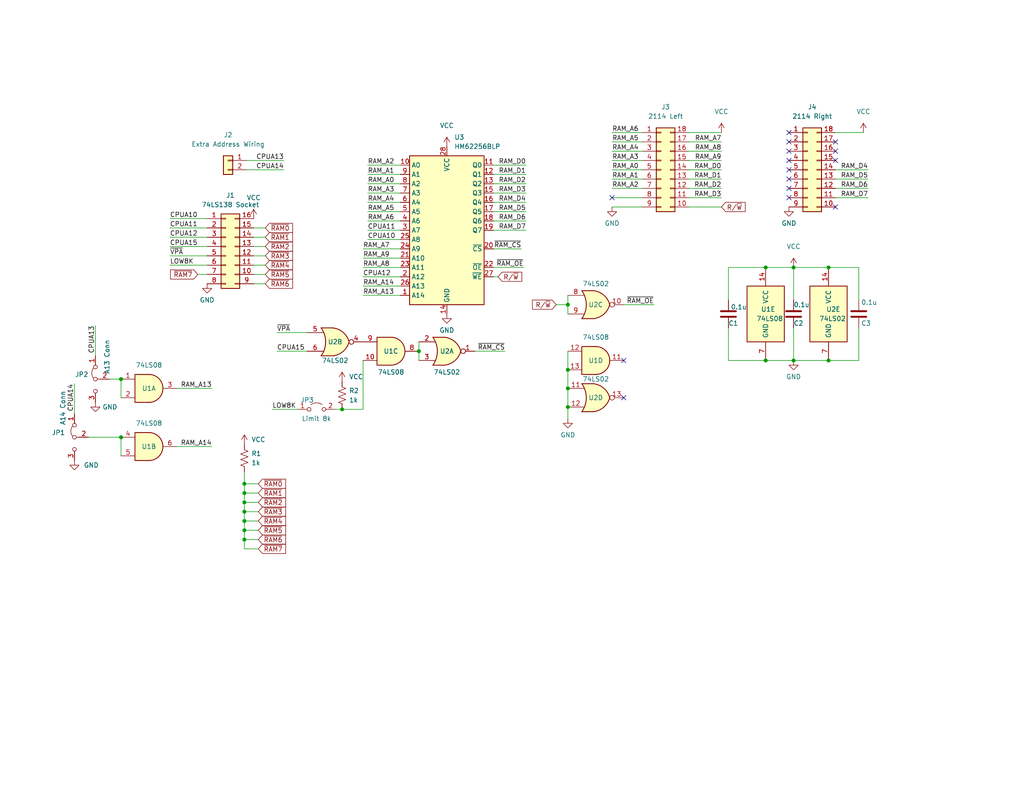
<source format=kicad_sch>
(kicad_sch (version 20230221) (generator eeschema)
  (paper "USLetter")
  (title_block (title "Fennec 62256 RAM Adapter") (date "2023-03-17") (rev "0") (company "Chartreuse"))
  (lib_symbols
    (symbol "74xx:74LS02" (pin_names (offset 1.016))
      (property "Reference" "U" (at 0 1.27 0))
      (property "Value" "74LS02" (at 0 -1.27 0))
      (symbol "74LS02_1_1"
        (arc (start -3.81 -3.81) (mid -2.589 0) (end -3.81 3.81) (stroke (width 0.254)))
        (arc (start -0.6096 -3.81) (mid 2.1842 -2.5851) (end 3.81 0) (stroke (width 0.254)) (fill (type background)))
        (polyline (pts (xy -3.81 -3.81) (xy -0.635 -3.81)) (stroke (width 0.254)) (fill (type background)))
        (polyline (pts (xy -3.81 3.81) (xy -0.635 3.81)) (stroke (width 0.254)) (fill (type background)))
        (polyline (pts (xy -0.635 3.81) (xy -3.81 3.81) (xy -3.81 3.81) (xy -3.556 3.4036) (xy -3.0226 2.2606) (xy -2.6924 1.0414) (xy -2.6162 -0.254) (xy -2.7686 -1.4986) (xy -3.175 -2.7178) (xy -3.81 -3.81) (xy -3.81 -3.81) (xy -0.635 -3.81)) (stroke (width -25.4)) (fill (type background)))
        (arc (start 3.81 0) (mid 2.1915 2.5936) (end -0.6096 3.81) (stroke (width 0.254)) (fill (type background)))
        (pin output inverted (at 7.62 0 180) (length 3.81) (name "~") (number "1"))
        (pin input line (at -7.62 2.54 0) (length 4.318) (name "~") (number "2"))
        (pin input line (at -7.62 -2.54 0) (length 4.318) (name "~") (number "3"))
      )
      (symbol "74LS02_1_2"
        (arc (start 0 -3.81) (mid 3.7934 0) (end 0 3.81) (stroke (width 0.254)) (fill (type background)))
        (polyline (pts (xy 0 3.81) (xy -3.81 3.81) (xy -3.81 -3.81) (xy 0 -3.81)) (stroke (width 0.254)) (fill (type background)))
        (pin output line (at 7.62 0 180) (length 3.81) (name "~") (number "1"))
        (pin input inverted (at -7.62 2.54 0) (length 3.81) (name "~") (number "2"))
        (pin input inverted (at -7.62 -2.54 0) (length 3.81) (name "~") (number "3"))
      )
      (symbol "74LS02_2_1"
        (arc (start -3.81 -3.81) (mid -2.589 0) (end -3.81 3.81) (stroke (width 0.254)))
        (arc (start -0.6096 -3.81) (mid 2.1842 -2.5851) (end 3.81 0) (stroke (width 0.254)) (fill (type background)))
        (polyline (pts (xy -3.81 -3.81) (xy -0.635 -3.81)) (stroke (width 0.254)) (fill (type background)))
        (polyline (pts (xy -3.81 3.81) (xy -0.635 3.81)) (stroke (width 0.254)) (fill (type background)))
        (polyline (pts (xy -0.635 3.81) (xy -3.81 3.81) (xy -3.81 3.81) (xy -3.556 3.4036) (xy -3.0226 2.2606) (xy -2.6924 1.0414) (xy -2.6162 -0.254) (xy -2.7686 -1.4986) (xy -3.175 -2.7178) (xy -3.81 -3.81) (xy -3.81 -3.81) (xy -0.635 -3.81)) (stroke (width -25.4)) (fill (type background)))
        (arc (start 3.81 0) (mid 2.1915 2.5936) (end -0.6096 3.81) (stroke (width 0.254)) (fill (type background)))
        (pin output inverted (at 7.62 0 180) (length 3.81) (name "~") (number "4"))
        (pin input line (at -7.62 2.54 0) (length 4.318) (name "~") (number "5"))
        (pin input line (at -7.62 -2.54 0) (length 4.318) (name "~") (number "6"))
      )
      (symbol "74LS02_2_2"
        (arc (start 0 -3.81) (mid 3.7934 0) (end 0 3.81) (stroke (width 0.254)) (fill (type background)))
        (polyline (pts (xy 0 3.81) (xy -3.81 3.81) (xy -3.81 -3.81) (xy 0 -3.81)) (stroke (width 0.254)) (fill (type background)))
        (pin output line (at 7.62 0 180) (length 3.81) (name "~") (number "4"))
        (pin input inverted (at -7.62 2.54 0) (length 3.81) (name "~") (number "5"))
        (pin input inverted (at -7.62 -2.54 0) (length 3.81) (name "~") (number "6"))
      )
      (symbol "74LS02_3_1"
        (arc (start -3.81 -3.81) (mid -2.589 0) (end -3.81 3.81) (stroke (width 0.254)))
        (arc (start -0.6096 -3.81) (mid 2.1842 -2.5851) (end 3.81 0) (stroke (width 0.254)) (fill (type background)))
        (polyline (pts (xy -3.81 -3.81) (xy -0.635 -3.81)) (stroke (width 0.254)) (fill (type background)))
        (polyline (pts (xy -3.81 3.81) (xy -0.635 3.81)) (stroke (width 0.254)) (fill (type background)))
        (polyline (pts (xy -0.635 3.81) (xy -3.81 3.81) (xy -3.81 3.81) (xy -3.556 3.4036) (xy -3.0226 2.2606) (xy -2.6924 1.0414) (xy -2.6162 -0.254) (xy -2.7686 -1.4986) (xy -3.175 -2.7178) (xy -3.81 -3.81) (xy -3.81 -3.81) (xy -0.635 -3.81)) (stroke (width -25.4)) (fill (type background)))
        (arc (start 3.81 0) (mid 2.1915 2.5936) (end -0.6096 3.81) (stroke (width 0.254)) (fill (type background)))
        (pin output inverted (at 7.62 0 180) (length 3.81) (name "~") (number "10"))
        (pin input line (at -7.62 2.54 0) (length 4.318) (name "~") (number "8"))
        (pin input line (at -7.62 -2.54 0) (length 4.318) (name "~") (number "9"))
      )
      (symbol "74LS02_3_2"
        (arc (start 0 -3.81) (mid 3.7934 0) (end 0 3.81) (stroke (width 0.254)) (fill (type background)))
        (polyline (pts (xy 0 3.81) (xy -3.81 3.81) (xy -3.81 -3.81) (xy 0 -3.81)) (stroke (width 0.254)) (fill (type background)))
        (pin output line (at 7.62 0 180) (length 3.81) (name "~") (number "10"))
        (pin input inverted (at -7.62 2.54 0) (length 3.81) (name "~") (number "8"))
        (pin input inverted (at -7.62 -2.54 0) (length 3.81) (name "~") (number "9"))
      )
      (symbol "74LS02_4_1"
        (arc (start -3.81 -3.81) (mid -2.589 0) (end -3.81 3.81) (stroke (width 0.254)))
        (arc (start -0.6096 -3.81) (mid 2.1842 -2.5851) (end 3.81 0) (stroke (width 0.254)) (fill (type background)))
        (polyline (pts (xy -3.81 -3.81) (xy -0.635 -3.81)) (stroke (width 0.254)) (fill (type background)))
        (polyline (pts (xy -3.81 3.81) (xy -0.635 3.81)) (stroke (width 0.254)) (fill (type background)))
        (polyline (pts (xy -0.635 3.81) (xy -3.81 3.81) (xy -3.81 3.81) (xy -3.556 3.4036) (xy -3.0226 2.2606) (xy -2.6924 1.0414) (xy -2.6162 -0.254) (xy -2.7686 -1.4986) (xy -3.175 -2.7178) (xy -3.81 -3.81) (xy -3.81 -3.81) (xy -0.635 -3.81)) (stroke (width -25.4)) (fill (type background)))
        (arc (start 3.81 0) (mid 2.1915 2.5936) (end -0.6096 3.81) (stroke (width 0.254)) (fill (type background)))
        (pin input line (at -7.62 2.54 0) (length 4.318) (name "~") (number "11"))
        (pin input line (at -7.62 -2.54 0) (length 4.318) (name "~") (number "12"))
        (pin output inverted (at 7.62 0 180) (length 3.81) (name "~") (number "13"))
      )
      (symbol "74LS02_4_2"
        (arc (start 0 -3.81) (mid 3.7934 0) (end 0 3.81) (stroke (width 0.254)) (fill (type background)))
        (polyline (pts (xy 0 3.81) (xy -3.81 3.81) (xy -3.81 -3.81) (xy 0 -3.81)) (stroke (width 0.254)) (fill (type background)))
        (pin input inverted (at -7.62 2.54 0) (length 3.81) (name "~") (number "11"))
        (pin input inverted (at -7.62 -2.54 0) (length 3.81) (name "~") (number "12"))
        (pin output line (at 7.62 0 180) (length 3.81) (name "~") (number "13"))
      )
      (symbol "74LS02_5_0"
        (pin power_in line (at 0 12.7 270) (length 5.08) (name "VCC") (number "14"))
        (pin power_in line (at 0 -12.7 90) (length 5.08) (name "GND") (number "7"))
      )
      (symbol "74LS02_5_1"
        (rectangle (start -5.08 7.62) (end 5.08 -7.62) (stroke (width 0.254)) (fill (type background)))
      )
    )
    (symbol "74xx:74LS08" (pin_names (offset 1.016))
      (property "Reference" "U" (at 0 1.27 0))
      (property "Value" "74LS08" (at 0 -1.27 0))
      (symbol "74LS08_1_1"
        (arc (start 0 -3.81) (mid 3.7934 0) (end 0 3.81) (stroke (width 0.254)) (fill (type background)))
        (polyline (pts (xy 0 3.81) (xy -3.81 3.81) (xy -3.81 -3.81) (xy 0 -3.81)) (stroke (width 0.254)) (fill (type background)))
        (pin input line (at -7.62 2.54 0) (length 3.81) (name "~") (number "1"))
        (pin input line (at -7.62 -2.54 0) (length 3.81) (name "~") (number "2"))
        (pin output line (at 7.62 0 180) (length 3.81) (name "~") (number "3"))
      )
      (symbol "74LS08_1_2"
        (arc (start -3.81 -3.81) (mid -2.589 0) (end -3.81 3.81) (stroke (width 0.254)))
        (arc (start -0.6096 -3.81) (mid 2.1842 -2.5851) (end 3.81 0) (stroke (width 0.254)) (fill (type background)))
        (polyline (pts (xy -3.81 -3.81) (xy -0.635 -3.81)) (stroke (width 0.254)) (fill (type background)))
        (polyline (pts (xy -3.81 3.81) (xy -0.635 3.81)) (stroke (width 0.254)) (fill (type background)))
        (polyline (pts (xy -0.635 3.81) (xy -3.81 3.81) (xy -3.81 3.81) (xy -3.556 3.4036) (xy -3.0226 2.2606) (xy -2.6924 1.0414) (xy -2.6162 -0.254) (xy -2.7686 -1.4986) (xy -3.175 -2.7178) (xy -3.81 -3.81) (xy -3.81 -3.81) (xy -0.635 -3.81)) (stroke (width -25.4)) (fill (type background)))
        (arc (start 3.81 0) (mid 2.1915 2.5936) (end -0.6096 3.81) (stroke (width 0.254)) (fill (type background)))
        (pin input inverted (at -7.62 2.54 0) (length 4.318) (name "~") (number "1"))
        (pin input inverted (at -7.62 -2.54 0) (length 4.318) (name "~") (number "2"))
        (pin output inverted (at 7.62 0 180) (length 3.81) (name "~") (number "3"))
      )
      (symbol "74LS08_2_1"
        (arc (start 0 -3.81) (mid 3.7934 0) (end 0 3.81) (stroke (width 0.254)) (fill (type background)))
        (polyline (pts (xy 0 3.81) (xy -3.81 3.81) (xy -3.81 -3.81) (xy 0 -3.81)) (stroke (width 0.254)) (fill (type background)))
        (pin input line (at -7.62 2.54 0) (length 3.81) (name "~") (number "4"))
        (pin input line (at -7.62 -2.54 0) (length 3.81) (name "~") (number "5"))
        (pin output line (at 7.62 0 180) (length 3.81) (name "~") (number "6"))
      )
      (symbol "74LS08_2_2"
        (arc (start -3.81 -3.81) (mid -2.589 0) (end -3.81 3.81) (stroke (width 0.254)))
        (arc (start -0.6096 -3.81) (mid 2.1842 -2.5851) (end 3.81 0) (stroke (width 0.254)) (fill (type background)))
        (polyline (pts (xy -3.81 -3.81) (xy -0.635 -3.81)) (stroke (width 0.254)) (fill (type background)))
        (polyline (pts (xy -3.81 3.81) (xy -0.635 3.81)) (stroke (width 0.254)) (fill (type background)))
        (polyline (pts (xy -0.635 3.81) (xy -3.81 3.81) (xy -3.81 3.81) (xy -3.556 3.4036) (xy -3.0226 2.2606) (xy -2.6924 1.0414) (xy -2.6162 -0.254) (xy -2.7686 -1.4986) (xy -3.175 -2.7178) (xy -3.81 -3.81) (xy -3.81 -3.81) (xy -0.635 -3.81)) (stroke (width -25.4)) (fill (type background)))
        (arc (start 3.81 0) (mid 2.1915 2.5936) (end -0.6096 3.81) (stroke (width 0.254)) (fill (type background)))
        (pin input inverted (at -7.62 2.54 0) (length 4.318) (name "~") (number "4"))
        (pin input inverted (at -7.62 -2.54 0) (length 4.318) (name "~") (number "5"))
        (pin output inverted (at 7.62 0 180) (length 3.81) (name "~") (number "6"))
      )
      (symbol "74LS08_3_1"
        (arc (start 0 -3.81) (mid 3.7934 0) (end 0 3.81) (stroke (width 0.254)) (fill (type background)))
        (polyline (pts (xy 0 3.81) (xy -3.81 3.81) (xy -3.81 -3.81) (xy 0 -3.81)) (stroke (width 0.254)) (fill (type background)))
        (pin input line (at -7.62 -2.54 0) (length 3.81) (name "~") (number "10"))
        (pin output line (at 7.62 0 180) (length 3.81) (name "~") (number "8"))
        (pin input line (at -7.62 2.54 0) (length 3.81) (name "~") (number "9"))
      )
      (symbol "74LS08_3_2"
        (arc (start -3.81 -3.81) (mid -2.589 0) (end -3.81 3.81) (stroke (width 0.254)))
        (arc (start -0.6096 -3.81) (mid 2.1842 -2.5851) (end 3.81 0) (stroke (width 0.254)) (fill (type background)))
        (polyline (pts (xy -3.81 -3.81) (xy -0.635 -3.81)) (stroke (width 0.254)) (fill (type background)))
        (polyline (pts (xy -3.81 3.81) (xy -0.635 3.81)) (stroke (width 0.254)) (fill (type background)))
        (polyline (pts (xy -0.635 3.81) (xy -3.81 3.81) (xy -3.81 3.81) (xy -3.556 3.4036) (xy -3.0226 2.2606) (xy -2.6924 1.0414) (xy -2.6162 -0.254) (xy -2.7686 -1.4986) (xy -3.175 -2.7178) (xy -3.81 -3.81) (xy -3.81 -3.81) (xy -0.635 -3.81)) (stroke (width -25.4)) (fill (type background)))
        (arc (start 3.81 0) (mid 2.1915 2.5936) (end -0.6096 3.81) (stroke (width 0.254)) (fill (type background)))
        (pin input inverted (at -7.62 -2.54 0) (length 4.318) (name "~") (number "10"))
        (pin output inverted (at 7.62 0 180) (length 3.81) (name "~") (number "8"))
        (pin input inverted (at -7.62 2.54 0) (length 4.318) (name "~") (number "9"))
      )
      (symbol "74LS08_4_1"
        (arc (start 0 -3.81) (mid 3.7934 0) (end 0 3.81) (stroke (width 0.254)) (fill (type background)))
        (polyline (pts (xy 0 3.81) (xy -3.81 3.81) (xy -3.81 -3.81) (xy 0 -3.81)) (stroke (width 0.254)) (fill (type background)))
        (pin output line (at 7.62 0 180) (length 3.81) (name "~") (number "11"))
        (pin input line (at -7.62 2.54 0) (length 3.81) (name "~") (number "12"))
        (pin input line (at -7.62 -2.54 0) (length 3.81) (name "~") (number "13"))
      )
      (symbol "74LS08_4_2"
        (arc (start -3.81 -3.81) (mid -2.589 0) (end -3.81 3.81) (stroke (width 0.254)))
        (arc (start -0.6096 -3.81) (mid 2.1842 -2.5851) (end 3.81 0) (stroke (width 0.254)) (fill (type background)))
        (polyline (pts (xy -3.81 -3.81) (xy -0.635 -3.81)) (stroke (width 0.254)) (fill (type background)))
        (polyline (pts (xy -3.81 3.81) (xy -0.635 3.81)) (stroke (width 0.254)) (fill (type background)))
        (polyline (pts (xy -0.635 3.81) (xy -3.81 3.81) (xy -3.81 3.81) (xy -3.556 3.4036) (xy -3.0226 2.2606) (xy -2.6924 1.0414) (xy -2.6162 -0.254) (xy -2.7686 -1.4986) (xy -3.175 -2.7178) (xy -3.81 -3.81) (xy -3.81 -3.81) (xy -0.635 -3.81)) (stroke (width -25.4)) (fill (type background)))
        (arc (start 3.81 0) (mid 2.1915 2.5936) (end -0.6096 3.81) (stroke (width 0.254)) (fill (type background)))
        (pin output inverted (at 7.62 0 180) (length 3.81) (name "~") (number "11"))
        (pin input inverted (at -7.62 2.54 0) (length 4.318) (name "~") (number "12"))
        (pin input inverted (at -7.62 -2.54 0) (length 4.318) (name "~") (number "13"))
      )
      (symbol "74LS08_5_0"
        (pin power_in line (at 0 12.7 270) (length 5.08) (name "VCC") (number "14"))
        (pin power_in line (at 0 -12.7 90) (length 5.08) (name "GND") (number "7"))
      )
      (symbol "74LS08_5_1"
        (rectangle (start -5.08 7.62) (end 5.08 -7.62) (stroke (width 0.254)) (fill (type background)))
      )
    )
    (symbol "Connector_Generic:Conn_01x02" (pin_names (offset 1.016) hide)
      (property "Reference" "J" (at 0 2.54 0))
      (property "Value" "Conn_01x02" (at 0 -5.08 0))
      (symbol "Conn_01x02_1_1"
        (rectangle (start -1.27 -2.413) (end 0 -2.667) (stroke (width 0.1524)))
        (rectangle (start -1.27 0.127) (end 0 -0.127) (stroke (width 0.1524)))
        (rectangle (start -1.27 1.27) (end 1.27 -3.81) (stroke (width 0.254)) (fill (type background)))
        (pin passive line (at -5.08 0 0) (length 3.81) (name "Pin_1") (number "1"))
        (pin passive line (at -5.08 -2.54 0) (length 3.81) (name "Pin_2") (number "2"))
      )
    )
    (symbol "Connector_Generic:Conn_02x08_Counter_Clockwise" (pin_names (offset 1.016) hide)
      (property "Reference" "J" (at 1.27 10.16 0))
      (property "Value" "Conn_02x08_Counter_Clockwise" (at 1.27 -12.7 0))
      (symbol "Conn_02x08_Counter_Clockwise_1_1"
        (rectangle (start -1.27 -10.033) (end 0 -10.287) (stroke (width 0.1524)))
        (rectangle (start -1.27 -7.493) (end 0 -7.747) (stroke (width 0.1524)))
        (rectangle (start -1.27 -4.953) (end 0 -5.207) (stroke (width 0.1524)))
        (rectangle (start -1.27 -2.413) (end 0 -2.667) (stroke (width 0.1524)))
        (rectangle (start -1.27 0.127) (end 0 -0.127) (stroke (width 0.1524)))
        (rectangle (start -1.27 2.667) (end 0 2.413) (stroke (width 0.1524)))
        (rectangle (start -1.27 5.207) (end 0 4.953) (stroke (width 0.1524)))
        (rectangle (start -1.27 7.747) (end 0 7.493) (stroke (width 0.1524)))
        (rectangle (start -1.27 8.89) (end 3.81 -11.43) (stroke (width 0.254)) (fill (type background)))
        (rectangle (start 3.81 -10.033) (end 2.54 -10.287) (stroke (width 0.1524)))
        (rectangle (start 3.81 -7.493) (end 2.54 -7.747) (stroke (width 0.1524)))
        (rectangle (start 3.81 -4.953) (end 2.54 -5.207) (stroke (width 0.1524)))
        (rectangle (start 3.81 -2.413) (end 2.54 -2.667) (stroke (width 0.1524)))
        (rectangle (start 3.81 0.127) (end 2.54 -0.127) (stroke (width 0.1524)))
        (rectangle (start 3.81 2.667) (end 2.54 2.413) (stroke (width 0.1524)))
        (rectangle (start 3.81 5.207) (end 2.54 4.953) (stroke (width 0.1524)))
        (rectangle (start 3.81 7.747) (end 2.54 7.493) (stroke (width 0.1524)))
        (pin passive line (at -5.08 7.62 0) (length 3.81) (name "Pin_1") (number "1"))
        (pin passive line (at 7.62 -7.62 180) (length 3.81) (name "Pin_10") (number "10"))
        (pin passive line (at 7.62 -5.08 180) (length 3.81) (name "Pin_11") (number "11"))
        (pin passive line (at 7.62 -2.54 180) (length 3.81) (name "Pin_12") (number "12"))
        (pin passive line (at 7.62 0 180) (length 3.81) (name "Pin_13") (number "13"))
        (pin passive line (at 7.62 2.54 180) (length 3.81) (name "Pin_14") (number "14"))
        (pin passive line (at 7.62 5.08 180) (length 3.81) (name "Pin_15") (number "15"))
        (pin passive line (at 7.62 7.62 180) (length 3.81) (name "Pin_16") (number "16"))
        (pin passive line (at -5.08 5.08 0) (length 3.81) (name "Pin_2") (number "2"))
        (pin passive line (at -5.08 2.54 0) (length 3.81) (name "Pin_3") (number "3"))
        (pin passive line (at -5.08 0 0) (length 3.81) (name "Pin_4") (number "4"))
        (pin passive line (at -5.08 -2.54 0) (length 3.81) (name "Pin_5") (number "5"))
        (pin passive line (at -5.08 -5.08 0) (length 3.81) (name "Pin_6") (number "6"))
        (pin passive line (at -5.08 -7.62 0) (length 3.81) (name "Pin_7") (number "7"))
        (pin passive line (at -5.08 -10.16 0) (length 3.81) (name "Pin_8") (number "8"))
        (pin passive line (at 7.62 -10.16 180) (length 3.81) (name "Pin_9") (number "9"))
      )
    )
    (symbol "Connector_Generic:Conn_02x09_Counter_Clockwise" (pin_names (offset 1.016) hide)
      (property "Reference" "J" (at 1.27 12.7 0))
      (property "Value" "Conn_02x09_Counter_Clockwise" (at 1.27 -12.7 0))
      (symbol "Conn_02x09_Counter_Clockwise_1_1"
        (rectangle (start -1.27 -10.033) (end 0 -10.287) (stroke (width 0.1524)))
        (rectangle (start -1.27 -7.493) (end 0 -7.747) (stroke (width 0.1524)))
        (rectangle (start -1.27 -4.953) (end 0 -5.207) (stroke (width 0.1524)))
        (rectangle (start -1.27 -2.413) (end 0 -2.667) (stroke (width 0.1524)))
        (rectangle (start -1.27 0.127) (end 0 -0.127) (stroke (width 0.1524)))
        (rectangle (start -1.27 2.667) (end 0 2.413) (stroke (width 0.1524)))
        (rectangle (start -1.27 5.207) (end 0 4.953) (stroke (width 0.1524)))
        (rectangle (start -1.27 7.747) (end 0 7.493) (stroke (width 0.1524)))
        (rectangle (start -1.27 10.287) (end 0 10.033) (stroke (width 0.1524)))
        (rectangle (start -1.27 11.43) (end 3.81 -11.43) (stroke (width 0.254)) (fill (type background)))
        (rectangle (start 3.81 -10.033) (end 2.54 -10.287) (stroke (width 0.1524)))
        (rectangle (start 3.81 -7.493) (end 2.54 -7.747) (stroke (width 0.1524)))
        (rectangle (start 3.81 -4.953) (end 2.54 -5.207) (stroke (width 0.1524)))
        (rectangle (start 3.81 -2.413) (end 2.54 -2.667) (stroke (width 0.1524)))
        (rectangle (start 3.81 0.127) (end 2.54 -0.127) (stroke (width 0.1524)))
        (rectangle (start 3.81 2.667) (end 2.54 2.413) (stroke (width 0.1524)))
        (rectangle (start 3.81 5.207) (end 2.54 4.953) (stroke (width 0.1524)))
        (rectangle (start 3.81 7.747) (end 2.54 7.493) (stroke (width 0.1524)))
        (rectangle (start 3.81 10.287) (end 2.54 10.033) (stroke (width 0.1524)))
        (pin passive line (at -5.08 10.16 0) (length 3.81) (name "Pin_1") (number "1"))
        (pin passive line (at 7.62 -10.16 180) (length 3.81) (name "Pin_10") (number "10"))
        (pin passive line (at 7.62 -7.62 180) (length 3.81) (name "Pin_11") (number "11"))
        (pin passive line (at 7.62 -5.08 180) (length 3.81) (name "Pin_12") (number "12"))
        (pin passive line (at 7.62 -2.54 180) (length 3.81) (name "Pin_13") (number "13"))
        (pin passive line (at 7.62 0 180) (length 3.81) (name "Pin_14") (number "14"))
        (pin passive line (at 7.62 2.54 180) (length 3.81) (name "Pin_15") (number "15"))
        (pin passive line (at 7.62 5.08 180) (length 3.81) (name "Pin_16") (number "16"))
        (pin passive line (at 7.62 7.62 180) (length 3.81) (name "Pin_17") (number "17"))
        (pin passive line (at 7.62 10.16 180) (length 3.81) (name "Pin_18") (number "18"))
        (pin passive line (at -5.08 7.62 0) (length 3.81) (name "Pin_2") (number "2"))
        (pin passive line (at -5.08 5.08 0) (length 3.81) (name "Pin_3") (number "3"))
        (pin passive line (at -5.08 2.54 0) (length 3.81) (name "Pin_4") (number "4"))
        (pin passive line (at -5.08 0 0) (length 3.81) (name "Pin_5") (number "5"))
        (pin passive line (at -5.08 -2.54 0) (length 3.81) (name "Pin_6") (number "6"))
        (pin passive line (at -5.08 -5.08 0) (length 3.81) (name "Pin_7") (number "7"))
        (pin passive line (at -5.08 -7.62 0) (length 3.81) (name "Pin_8") (number "8"))
        (pin passive line (at -5.08 -10.16 0) (length 3.81) (name "Pin_9") (number "9"))
      )
    )
    (symbol "Device:C" (pin_numbers hide) (pin_names (offset 0.254))
      (property "Reference" "C" (at 0.635 2.54 0))
      (property "Value" "C" (at 0.635 -2.54 0))
      (symbol "C_0_1"
        (polyline (pts (xy -2.032 -0.762) (xy 2.032 -0.762)) (stroke (width 0.508)))
        (polyline (pts (xy -2.032 0.762) (xy 2.032 0.762)) (stroke (width 0.508)))
      )
      (symbol "C_1_1"
        (pin passive line (at 0 3.81 270) (length 2.794) (name "~") (number "1"))
        (pin passive line (at 0 -3.81 90) (length 2.794) (name "~") (number "2"))
      )
    )
    (symbol "Device:R_US" (pin_numbers hide) (pin_names (offset 0))
      (property "Reference" "R" (at 2.54 0 90))
      (property "Value" "R_US" (at -2.54 0 90))
      (symbol "R_US_0_1"
        (polyline (pts (xy 0 -2.286) (xy 0 -2.54)))
        (polyline (pts (xy 0 2.286) (xy 0 2.54)))
        (polyline (pts (xy 0 -0.762) (xy 1.016 -1.143) (xy 0 -1.524) (xy -1.016 -1.905) (xy 0 -2.286)))
        (polyline (pts (xy 0 0.762) (xy 1.016 0.381) (xy 0 0) (xy -1.016 -0.381) (xy 0 -0.762)))
        (polyline (pts (xy 0 2.286) (xy 1.016 1.905) (xy 0 1.524) (xy -1.016 1.143) (xy 0 0.762)))
      )
      (symbol "R_US_1_1"
        (pin passive line (at 0 3.81 270) (length 1.27) (name "~") (number "1"))
        (pin passive line (at 0 -3.81 90) (length 1.27) (name "~") (number "2"))
      )
    )
    (symbol "Jumper:Jumper_2_Open" (pin_names (offset 0) hide)
      (property "Reference" "JP" (at 0 2.794 0))
      (property "Value" "Jumper_2_Open" (at 0 -2.286 0))
      (symbol "Jumper_2_Open_0_0"
        (circle (center -2.032 0) (radius 0.508))
        (circle (center 2.032 0) (radius 0.508))
      )
      (symbol "Jumper_2_Open_0_1"
        (arc (start 1.524 1.27) (mid 0 1.778) (end -1.524 1.27))
      )
      (symbol "Jumper_2_Open_1_1"
        (pin passive line (at -5.08 0 0) (length 2.54) (name "A") (number "1"))
        (pin passive line (at 5.08 0 180) (length 2.54) (name "B") (number "2"))
      )
    )
    (symbol "Jumper:Jumper_3_Bridged12" (pin_names (offset 0) hide)
      (property "Reference" "JP" (at -2.54 -2.54 0))
      (property "Value" "Jumper_3_Bridged12" (at 0 2.794 0))
      (symbol "Jumper_3_Bridged12_0_0"
        (circle (center -3.302 0) (radius 0.508))
        (circle (center 0 0) (radius 0.508))
        (circle (center 3.302 0) (radius 0.508))
      )
      (symbol "Jumper_3_Bridged12_0_1"
        (arc (start -0.254 0.508) (mid -1.651 0.9912) (end -3.048 0.508))
        (polyline (pts (xy 0 -1.27) (xy 0 -0.508)))
      )
      (symbol "Jumper_3_Bridged12_1_1"
        (pin passive line (at -6.35 0 0) (length 2.54) (name "A") (number "1"))
        (pin passive line (at 0 -3.81 90) (length 2.54) (name "C") (number "2"))
        (pin passive line (at 6.35 0 180) (length 2.54) (name "B") (number "3"))
      )
    )
    (symbol "Memory_RAM:HM62256BLP"
      (property "Reference" "U" (at -10.16 20.955 0))
      (property "Value" "HM62256BLP" (at 2.54 20.955 0))
      (symbol "HM62256BLP_0_0"
        (pin power_in line (at 0 -22.86 90) (length 2.54) (name "GND") (number "14"))
        (pin power_in line (at 0 22.86 270) (length 2.54) (name "VCC") (number "28"))
      )
      (symbol "HM62256BLP_0_1"
        (rectangle (start -10.16 20.32) (end 10.16 -20.32) (stroke (width 0.254)) (fill (type background)))
      )
      (symbol "HM62256BLP_1_1"
        (pin input line (at -12.7 -17.78 0) (length 2.54) (name "A14") (number "1"))
        (pin input line (at -12.7 17.78 0) (length 2.54) (name "A0") (number "10"))
        (pin tri_state line (at 12.7 17.78 180) (length 2.54) (name "Q0") (number "11"))
        (pin tri_state line (at 12.7 15.24 180) (length 2.54) (name "Q1") (number "12"))
        (pin tri_state line (at 12.7 12.7 180) (length 2.54) (name "Q2") (number "13"))
        (pin tri_state line (at 12.7 10.16 180) (length 2.54) (name "Q3") (number "15"))
        (pin tri_state line (at 12.7 7.62 180) (length 2.54) (name "Q4") (number "16"))
        (pin tri_state line (at 12.7 5.08 180) (length 2.54) (name "Q5") (number "17"))
        (pin tri_state line (at 12.7 2.54 180) (length 2.54) (name "Q6") (number "18"))
        (pin tri_state line (at 12.7 0 180) (length 2.54) (name "Q7") (number "19"))
        (pin input line (at -12.7 -12.7 0) (length 2.54) (name "A12") (number "2"))
        (pin input line (at 12.7 -5.08 180) (length 2.54) (name "~{CS}") (number "20"))
        (pin input line (at -12.7 -7.62 0) (length 2.54) (name "A10") (number "21"))
        (pin input line (at 12.7 -10.16 180) (length 2.54) (name "~{OE}") (number "22"))
        (pin input line (at -12.7 -10.16 0) (length 2.54) (name "A11") (number "23"))
        (pin input line (at -12.7 -5.08 0) (length 2.54) (name "A9") (number "24"))
        (pin input line (at -12.7 -2.54 0) (length 2.54) (name "A8") (number "25"))
        (pin input line (at -12.7 -15.24 0) (length 2.54) (name "A13") (number "26"))
        (pin input line (at 12.7 -12.7 180) (length 2.54) (name "~{WE}") (number "27"))
        (pin input line (at -12.7 0 0) (length 2.54) (name "A7") (number "3"))
        (pin input line (at -12.7 2.54 0) (length 2.54) (name "A6") (number "4"))
        (pin input line (at -12.7 5.08 0) (length 2.54) (name "A5") (number "5"))
        (pin input line (at -12.7 7.62 0) (length 2.54) (name "A4") (number "6"))
        (pin input line (at -12.7 10.16 0) (length 2.54) (name "A3") (number "7"))
        (pin input line (at -12.7 12.7 0) (length 2.54) (name "A2") (number "8"))
        (pin input line (at -12.7 15.24 0) (length 2.54) (name "A1") (number "9"))
      )
    )
    (symbol "power:GND" (power) (pin_names (offset 0))
      (property "Value" "GND" (at 0 -3.81 0))
      (symbol "GND_0_1"
        (polyline (pts (xy 0 0) (xy 0 -1.27) (xy 1.27 -1.27) (xy 0 -2.54) (xy -1.27 -1.27) (xy 0 -1.27)))
      )
      (symbol "GND_1_1"
        (pin power_in line (at 0 0 270) (length 0) hide (name "GND") (number "1"))
      )
    )
    (symbol "power:VCC" (power) (pin_names (offset 0))
      (property "Value" "VCC" (at 0 3.81 0))
      (symbol "VCC_0_1"
        (polyline (pts (xy -0.762 1.27) (xy 0 2.54)))
        (polyline (pts (xy 0 0) (xy 0 2.54)))
        (polyline (pts (xy 0 2.54) (xy 0.762 1.27)))
      )
      (symbol "VCC_1_1"
        (pin power_in line (at 0 0 90) (length 0) hide (name "VCC") (number "1"))
      )
    )
  )
  (junction (at 216.535 73.025))
  (junction (at 154.94 83.185))
  (junction (at 66.675 137.16))
  (junction (at 33.02 119.38))
  (junction (at 208.915 73.025))
  (junction (at 66.675 142.24))
  (junction (at 208.915 98.425))
  (junction (at 66.675 132.08))
  (junction (at 154.94 100.965))
  (junction (at 154.94 106.045))
  (junction (at 216.535 98.425))
  (junction (at 66.675 144.78))
  (junction (at 93.345 111.76))
  (junction (at 226.06 98.425))
  (junction (at 66.675 147.32))
  (junction (at 154.94 111.125))
  (junction (at 226.06 73.025))
  (junction (at 66.675 139.7))
  (junction (at 114.3 95.885))
  (junction (at 33.02 103.505))
  (junction (at 66.675 134.62))
  (no_connect (at 215.265 51.435))
  (no_connect (at 227.965 38.735))
  (no_connect (at 227.965 41.275))
  (no_connect (at 215.265 43.815))
  (no_connect (at 167.005 53.975))
  (no_connect (at 215.265 53.975))
  (no_connect (at 227.965 43.815))
  (no_connect (at 215.265 41.275))
  (no_connect (at 227.965 56.515))
  (no_connect (at 215.265 48.895))
  (no_connect (at 215.265 36.195))
  (no_connect (at 215.265 38.735))
  (no_connect (at 170.18 98.425))
  (no_connect (at 170.18 108.585))
  (no_connect (at 215.265 46.355))
  (wire (pts (xy 187.96 38.735) (xy 196.85 38.735)))
  (wire (pts (xy 235.585 36.195) (xy 227.965 36.195)))
  (wire (pts (xy 187.96 43.815) (xy 196.85 43.815)))
  (wire (pts (xy 226.06 73.025) (xy 234.315 73.025)))
  (wire (pts (xy 46.355 59.69) (xy 56.515 59.69)))
  (wire (pts (xy 75.565 95.885) (xy 83.82 95.885)))
  (wire (pts (xy 66.675 132.08) (xy 66.675 134.62)))
  (wire (pts (xy 46.355 64.77) (xy 56.515 64.77)))
  (wire (pts (xy 48.26 121.92) (xy 57.785 121.92)))
  (wire (pts (xy 66.675 147.32) (xy 66.675 149.86)))
  (wire (pts (xy 216.535 89.535) (xy 216.535 98.425)))
  (wire (pts (xy 216.535 73.025) (xy 226.06 73.025)))
  (wire (pts (xy 167.005 41.275) (xy 175.26 41.275)))
  (wire (pts (xy 66.675 144.78) (xy 66.675 147.32)))
  (wire (pts (xy 167.005 43.815) (xy 175.26 43.815)))
  (wire (pts (xy 99.06 78.105) (xy 109.22 78.105)))
  (wire (pts (xy 208.915 73.025) (xy 216.535 73.025)))
  (wire (pts (xy 100.33 55.245) (xy 109.22 55.245)))
  (wire (pts (xy 134.62 57.785) (xy 143.51 57.785)))
  (wire (pts (xy 69.215 62.23) (xy 72.39 62.23)))
  (wire (pts (xy 100.33 52.705) (xy 109.22 52.705)))
  (wire (pts (xy 167.005 53.975) (xy 175.26 53.975)))
  (wire (pts (xy 66.675 137.16) (xy 70.485 137.16)))
  (wire (pts (xy 167.005 56.515) (xy 175.26 56.515)))
  (wire (pts (xy 66.675 144.78) (xy 70.485 144.78)))
  (wire (pts (xy 69.215 72.39) (xy 72.39 72.39)))
  (wire (pts (xy 46.355 69.85) (xy 56.515 69.85)))
  (wire (pts (xy 66.675 132.08) (xy 70.485 132.08)))
  (wire (pts (xy 46.355 62.23) (xy 56.515 62.23)))
  (wire (pts (xy 100.33 45.085) (xy 109.22 45.085)))
  (wire (pts (xy 66.675 149.86) (xy 70.485 149.86)))
  (wire (pts (xy 74.295 111.76) (xy 81.28 111.76)))
  (wire (pts (xy 99.06 70.485) (xy 109.22 70.485)))
  (wire (pts (xy 227.965 46.355) (xy 236.855 46.355)))
  (wire (pts (xy 66.675 142.24) (xy 70.485 142.24)))
  (wire (pts (xy 91.44 111.76) (xy 93.345 111.76)))
  (wire (pts (xy 69.215 77.47) (xy 72.39 77.47)))
  (wire (pts (xy 227.965 51.435) (xy 236.855 51.435)))
  (wire (pts (xy 24.13 119.38) (xy 33.02 119.38)))
  (wire (pts (xy 208.915 98.425) (xy 216.535 98.425)))
  (wire (pts (xy 69.215 67.31) (xy 72.39 67.31)))
  (wire (pts (xy 46.355 67.31) (xy 56.515 67.31)))
  (wire (pts (xy 93.345 111.76) (xy 99.06 111.76)))
  (wire (pts (xy 99.06 73.025) (xy 109.22 73.025)))
  (wire (pts (xy 227.965 48.895) (xy 236.855 48.895)))
  (wire (pts (xy 114.3 95.885) (xy 114.3 98.425)))
  (wire (pts (xy 198.755 73.025) (xy 208.915 73.025)))
  (wire (pts (xy 134.62 73.025) (xy 142.875 73.025)))
  (wire (pts (xy 187.96 48.895) (xy 196.85 48.895)))
  (wire (pts (xy 53.975 74.93) (xy 56.515 74.93)))
  (wire (pts (xy 154.94 100.965) (xy 154.94 106.045)))
  (wire (pts (xy 227.965 53.975) (xy 236.855 53.975)))
  (wire (pts (xy 129.54 95.885) (xy 137.795 95.885)))
  (wire (pts (xy 100.33 65.405) (xy 109.22 65.405)))
  (wire (pts (xy 154.94 114.3) (xy 154.94 111.125)))
  (wire (pts (xy 134.62 47.625) (xy 143.51 47.625)))
  (wire (pts (xy 33.02 119.38) (xy 33.02 124.46)))
  (wire (pts (xy 69.215 74.93) (xy 72.39 74.93)))
  (wire (pts (xy 29.845 103.505) (xy 33.02 103.505)))
  (wire (pts (xy 216.535 73.025) (xy 216.535 81.915)))
  (wire (pts (xy 77.47 43.815) (xy 67.31 43.815)))
  (wire (pts (xy 167.005 38.735) (xy 175.26 38.735)))
  (wire (pts (xy 66.675 139.7) (xy 70.485 139.7)))
  (wire (pts (xy 134.62 55.245) (xy 143.51 55.245)))
  (wire (pts (xy 198.755 89.535) (xy 198.755 98.425)))
  (wire (pts (xy 134.62 62.865) (xy 143.51 62.865)))
  (wire (pts (xy 154.94 83.185) (xy 154.94 85.725)))
  (wire (pts (xy 100.33 57.785) (xy 109.22 57.785)))
  (wire (pts (xy 99.06 98.425) (xy 99.06 111.76)))
  (wire (pts (xy 234.315 98.425) (xy 234.315 89.535)))
  (wire (pts (xy 66.675 128.905) (xy 66.675 132.08)))
  (wire (pts (xy 167.005 48.895) (xy 175.26 48.895)))
  (wire (pts (xy 170.18 83.185) (xy 178.435 83.185)))
  (wire (pts (xy 26.035 88.9) (xy 26.035 97.155)))
  (wire (pts (xy 66.675 137.16) (xy 66.675 139.7)))
  (wire (pts (xy 154.94 106.045) (xy 154.94 111.125)))
  (wire (pts (xy 198.755 73.025) (xy 198.755 81.915)))
  (wire (pts (xy 167.005 51.435) (xy 175.26 51.435)))
  (wire (pts (xy 187.96 46.355) (xy 196.85 46.355)))
  (wire (pts (xy 167.005 46.355) (xy 175.26 46.355)))
  (wire (pts (xy 77.47 46.355) (xy 67.31 46.355)))
  (wire (pts (xy 75.565 90.805) (xy 83.82 90.805)))
  (wire (pts (xy 187.96 41.275) (xy 196.85 41.275)))
  (wire (pts (xy 66.675 147.32) (xy 70.485 147.32)))
  (wire (pts (xy 187.96 56.515) (xy 196.85 56.515)))
  (wire (pts (xy 226.06 98.425) (xy 234.315 98.425)))
  (wire (pts (xy 99.06 75.565) (xy 109.22 75.565)))
  (wire (pts (xy 134.62 52.705) (xy 143.51 52.705)))
  (wire (pts (xy 134.62 50.165) (xy 143.51 50.165)))
  (wire (pts (xy 99.06 67.945) (xy 109.22 67.945)))
  (wire (pts (xy 20.32 104.775) (xy 20.32 113.03)))
  (wire (pts (xy 69.215 64.77) (xy 72.39 64.77)))
  (wire (pts (xy 33.02 103.505) (xy 33.02 108.585)))
  (wire (pts (xy 134.62 45.085) (xy 143.51 45.085)))
  (wire (pts (xy 135.89 75.565) (xy 134.62 75.565)))
  (wire (pts (xy 198.755 98.425) (xy 208.915 98.425)))
  (wire (pts (xy 100.33 50.165) (xy 109.22 50.165)))
  (wire (pts (xy 187.96 51.435) (xy 196.85 51.435)))
  (wire (pts (xy 167.005 36.195) (xy 175.26 36.195)))
  (wire (pts (xy 100.33 62.865) (xy 109.22 62.865)))
  (wire (pts (xy 100.33 60.325) (xy 109.22 60.325)))
  (wire (pts (xy 66.675 134.62) (xy 70.485 134.62)))
  (wire (pts (xy 187.96 53.975) (xy 196.85 53.975)))
  (wire (pts (xy 66.675 134.62) (xy 66.675 137.16)))
  (wire (pts (xy 100.33 47.625) (xy 109.22 47.625)))
  (wire (pts (xy 46.355 72.39) (xy 56.515 72.39)))
  (wire (pts (xy 134.62 60.325) (xy 143.51 60.325)))
  (wire (pts (xy 234.315 73.025) (xy 234.315 81.915)))
  (wire (pts (xy 134.62 67.945) (xy 142.24 67.945)))
  (wire (pts (xy 66.675 142.24) (xy 66.675 144.78)))
  (wire (pts (xy 114.3 93.345) (xy 114.3 95.885)))
  (wire (pts (xy 216.535 98.425) (xy 226.06 98.425)))
  (wire (pts (xy 69.215 69.85) (xy 72.39 69.85)))
  (wire (pts (xy 66.675 139.7) (xy 66.675 142.24)))
  (wire (pts (xy 154.94 95.885) (xy 154.94 100.965)))
  (wire (pts (xy 154.94 80.645) (xy 154.94 83.185)))
  (wire (pts (xy 151.765 83.185) (xy 154.94 83.185)))
  (wire (pts (xy 196.85 36.195) (xy 187.96 36.195)))
  (wire (pts (xy 99.06 80.645) (xy 109.22 80.645)))
  (wire (pts (xy 48.26 106.045) (xy 57.785 106.045)))
  (label "RAM_D0" (at 196.85 46.355 180))
  (label "RAM_A13" (at 57.785 106.045 180))
  (label "RAM_A9" (at 99.06 70.485 0))
  (label "RAM_D2" (at 143.51 50.165 180))
  (label "RAM_A1" (at 167.005 48.895 0))
  (label "CPUA14" (at 77.47 46.355 180))
  (label "~{VPA}" (at 75.565 90.805 0))
  (label "RAM_D7" (at 236.855 53.975 180))
  (label "CPUA13" (at 26.035 88.9 270))
  (label "RAM_A8" (at 99.06 73.025 0))
  (label "RAM_A14" (at 57.785 121.92 180))
  (label "RAM_A7" (at 99.06 67.945 0))
  (label "RAM_D7" (at 143.51 62.865 180))
  (label "RAM_A8" (at 196.85 41.275 180))
  (label "RAM_A13" (at 99.06 80.645 0))
  (label "CPUA13" (at 77.47 43.815 180))
  (label "RAM_A0" (at 167.005 46.355 0))
  (label "CPUA10" (at 100.33 65.405 0))
  (label "RAM_A9" (at 196.85 43.815 180))
  (label "RAM_D0" (at 143.51 45.085 180))
  (label "RAM_D1" (at 143.51 47.625 180))
  (label "RAM_A0" (at 100.33 50.165 0))
  (label "RAM_A4" (at 167.005 41.275 0))
  (label "RAM_A14" (at 99.06 78.105 0))
  (label "RAM_D6" (at 236.855 51.435 180))
  (label "RAM_D1" (at 196.85 48.895 180))
  (label "RAM_A6" (at 167.005 36.195 0))
  (label "LOW8K" (at 46.355 72.39 0))
  (label "CPUA12" (at 99.06 75.565 0))
  (label "RAM_A3" (at 100.33 52.705 0))
  (label "RAM_A4" (at 100.33 55.245 0))
  (label "RAM_D4" (at 143.51 55.245 180))
  (label "~{RAM_CS}" (at 137.795 95.885 180))
  (label "RAM_D5" (at 143.51 57.785 180))
  (label "CPUA12" (at 46.355 64.77 0))
  (label "RAM_D4" (at 236.855 46.355 180))
  (label "LOW8K" (at 74.295 111.76 0))
  (label "RAM_A2" (at 100.33 45.085 0))
  (label "~{RAM_OE}" (at 178.435 83.185 180))
  (label "RAM_A7" (at 196.85 38.735 180))
  (label "RAM_D2" (at 196.85 51.435 180))
  (label "~{RAM_CS}" (at 142.24 67.945 180))
  (label "CPUA15" (at 46.355 67.31 0))
  (label "RAM_A5" (at 100.33 57.785 0))
  (label "CPUA15" (at 75.565 95.885 0))
  (label "RAM_D3" (at 196.85 53.975 180))
  (label "CPUA11" (at 46.355 62.23 0))
  (label "CPUA11" (at 100.33 62.865 0))
  (label "CPUA14" (at 20.32 104.775 270))
  (label "RAM_D6" (at 143.51 60.325 180))
  (label "CPUA10" (at 46.355 59.69 0))
  (label "RAM_A5" (at 167.005 38.735 0))
  (label "RAM_A6" (at 100.33 60.325 0))
  (label "RAM_A1" (at 100.33 47.625 0))
  (label "RAM_D5" (at 236.855 48.895 180))
  (label "RAM_D3" (at 143.51 52.705 180))
  (label "RAM_A2" (at 167.005 51.435 0))
  (label "~{RAM_OE}" (at 142.875 73.025 180))
  (label "RAM_A3" (at 167.005 43.815 0))
  (label "~{VPA}" (at 46.355 69.85 0))
  (global_label "~{RAM0}" (shape input) (at 72.39 62.23 0) (property "Intersheetrefs" "${INTERSHEET_REFS}" (effects hide)))
  (global_label "R{slash}~{W}" (shape input) (at 151.765 83.185 180) (property "Intersheetrefs" "${INTERSHEET_REFS}" (effects hide)))
  (global_label "~{RAM3}" (shape input) (at 70.485 139.7 0) (property "Intersheetrefs" "${INTERSHEET_REFS}" (effects hide)))
  (global_label "~{RAM2}" (shape input) (at 70.485 137.16 0) (property "Intersheetrefs" "${INTERSHEET_REFS}" (effects hide)))
  (global_label "~{RAM6}" (shape input) (at 72.39 77.47 0) (property "Intersheetrefs" "${INTERSHEET_REFS}" (effects hide)))
  (global_label "R{slash}~{W}" (shape input) (at 196.85 56.515 0) (property "Intersheetrefs" "${INTERSHEET_REFS}" (effects hide)))
  (global_label "R{slash}~{W}" (shape input) (at 135.89 75.565 0) (property "Intersheetrefs" "${INTERSHEET_REFS}" (effects hide)))
  (global_label "~{RAM5}" (shape input) (at 72.39 74.93 0) (property "Intersheetrefs" "${INTERSHEET_REFS}" (effects hide)))
  (global_label "~{RAM7}" (shape input) (at 70.485 149.86 0) (property "Intersheetrefs" "${INTERSHEET_REFS}" (effects hide)))
  (global_label "~{RAM3}" (shape input) (at 72.39 69.85 0) (property "Intersheetrefs" "${INTERSHEET_REFS}" (effects hide)))
  (global_label "~{RAM1}" (shape input) (at 70.485 134.62 0) (property "Intersheetrefs" "${INTERSHEET_REFS}" (effects hide)))
  (global_label "~{RAM2}" (shape input) (at 72.39 67.31 0) (property "Intersheetrefs" "${INTERSHEET_REFS}" (effects hide)))
  (global_label "~{RAM4}" (shape input) (at 70.485 142.24 0) (property "Intersheetrefs" "${INTERSHEET_REFS}" (effects hide)))
  (global_label "~{RAM5}" (shape input) (at 70.485 144.78 0) (property "Intersheetrefs" "${INTERSHEET_REFS}" (effects hide)))
  (global_label "~{RAM7}" (shape input) (at 53.975 74.93 180) (property "Intersheetrefs" "${INTERSHEET_REFS}" (effects hide)))
  (global_label "~{RAM4}" (shape input) (at 72.39 72.39 0) (property "Intersheetrefs" "${INTERSHEET_REFS}" (effects hide)))
  (global_label "~{RAM0}" (shape input) (at 70.485 132.08 0) (property "Intersheetrefs" "${INTERSHEET_REFS}" (effects hide)))
  (global_label "~{RAM1}" (shape input) (at 72.39 64.77 0) (property "Intersheetrefs" "${INTERSHEET_REFS}" (effects hide)))
  (global_label "~{RAM6}" (shape input) (at 70.485 147.32 0) (property "Intersheetrefs" "${INTERSHEET_REFS}" (effects hide)))
  (symbol (lib_id "power:VCC") (at 235.585 36.195 0) (unit 1)
    (property "Reference" "#PWR017" (effects hide))
    (property "Value" "VCC" (at 235.585 30.48 0))
  )
  (symbol (lib_id "74xx:74LS02") (at 162.56 108.585 0) (unit 4)
    (property "Reference" "U2" (at 162.56 108.585 0))
    (property "Value" "74LS02" (at 162.56 103.505 0))
    (property "Footprint" "Plain Sockets:DIP-14 Copper Ref Pin 1 Mark" (effects hide))
    (property "Datasheet" "http://www.ti.com/lit/gpn/sn74ls02" (effects hide))
  )
  (symbol (lib_id "74xx:74LS08") (at 40.64 106.045 0) (unit 1)
    (property "Reference" "U1" (at 40.64 106.045 0))
    (property "Value" "74LS08" (at 40.64 99.695 0))
    (property "Footprint" "Plain Sockets:DIP-14 Copper Ref Pin 1 Mark" (effects hide))
    (property "Datasheet" "http://www.ti.com/lit/gpn/sn74LS08" (effects hide))
  )
  (symbol (lib_id "power:GND") (at 56.515 77.47 0) (unit 1)
    (property "Reference" "#PWR05" (effects hide))
    (property "Value" "GND" (at 56.515 81.915 0))
  )
  (symbol (lib_id "Device:R_US") (at 66.675 125.095 0) (unit 1)
    (property "Reference" "R1" (at 68.58 123.8249 0) (effects (justify left)))
    (property "Value" "1k" (at 68.58 126.3649 0) (effects (justify left)))
    (property "Footprint" "Resistor_THT:R_Axial_DIN0207_L6.3mm_D2.5mm_P10.16mm_Horizontal" (effects hide))
  )
  (symbol (lib_id "power:VCC") (at 196.85 36.195 0) (unit 1)
    (property "Reference" "#PWR013" (effects hide))
    (property "Value" "VCC" (at 196.85 30.48 0))
  )
  (symbol (lib_id "power:GND") (at 121.92 85.725 0) (unit 1)
    (property "Reference" "#PWR010" (effects hide))
    (property "Value" "GND" (at 121.92 90.17 0))
  )
  (symbol (lib_id "Connector_Generic:Conn_02x09_Counter_Clockwise") (at 220.345 46.355 0) (unit 1)
    (property "Reference" "J4" (at 221.615 29.21 0))
    (property "Value" "2114 Right" (at 221.615 31.75 0))
    (property "Footprint" "Plain Sockets:DIP-18 Copper Ref Pin 1 Mark" (effects hide))
  )
  (symbol (lib_id "power:VCC") (at 216.535 73.025 0) (unit 1)
    (property "Reference" "#PWR015" (effects hide))
    (property "Value" "VCC" (at 216.535 67.31 0))
  )
  (symbol (lib_id "Jumper:Jumper_3_Bridged12") (at 20.32 119.38 90) (mirror x) (unit 1)
    (property "Reference" "JP1" (at 17.78 118.1099 90) (effects (justify left)))
    (property "Value" "A14 Conn" (at 17.145 106.68 0) (effects (justify left)))
    (property "Footprint" "Connector_PinHeader_2.54mm:PinHeader_1x03_P2.54mm_Vertical" (effects hide))
  )
  (symbol (lib_id "74xx:74LS08") (at 208.915 85.725 0) (unit 5)
    (property "Reference" "U1" (at 207.645 84.455 0) (effects (justify left)))
    (property "Value" "74LS08" (at 206.375 86.995 0) (effects (justify left)))
    (property "Footprint" "Plain Sockets:DIP-14 Copper Ref Pin 1 Mark" (effects hide))
    (property "Datasheet" "http://www.ti.com/lit/gpn/sn74LS08" (effects hide))
  )
  (symbol (lib_id "74xx:74LS08") (at 40.64 121.92 0) (unit 2)
    (property "Reference" "U1" (at 40.64 121.92 0))
    (property "Value" "74LS08" (at 40.64 115.57 0))
    (property "Footprint" "Plain Sockets:DIP-14 Copper Ref Pin 1 Mark" (effects hide))
    (property "Datasheet" "http://www.ti.com/lit/gpn/sn74LS08" (effects hide))
  )
  (symbol (lib_id "power:GND") (at 20.32 125.73 0) (unit 1)
    (property "Reference" "#PWR01" (effects hide))
    (property "Value" "GND" (at 22.86 126.9999 0) (effects (justify left)))
  )
  (symbol (lib_id "74xx:74LS02") (at 91.44 93.345 0) (unit 2)
    (property "Reference" "U2" (at 91.44 93.345 0))
    (property "Value" "74LS02" (at 91.44 98.425 0))
    (property "Footprint" "Plain Sockets:DIP-14 Copper Ref Pin 1 Mark" (effects hide))
    (property "Datasheet" "http://www.ti.com/lit/gpn/sn74ls02" (effects hide))
  )
  (symbol (lib_id "power:GND") (at 215.265 56.515 0) (unit 1)
    (property "Reference" "#PWR014" (effects hide))
    (property "Value" "GND" (at 215.265 60.96 0))
  )
  (symbol (lib_id "Device:R_US") (at 93.345 107.95 0) (unit 1)
    (property "Reference" "R2" (at 95.25 106.6799 0) (effects (justify left)))
    (property "Value" "1k" (at 95.25 109.2199 0) (effects (justify left)))
    (property "Footprint" "Resistor_THT:R_Axial_DIN0207_L6.3mm_D2.5mm_P10.16mm_Horizontal" (effects hide))
  )
  (symbol (lib_id "power:GND") (at 167.005 56.515 0) (unit 1)
    (property "Reference" "#PWR012" (effects hide))
    (property "Value" "GND" (at 167.005 60.96 0))
  )
  (symbol (lib_id "Jumper:Jumper_3_Bridged12") (at 26.035 103.505 90) (mirror x) (unit 1)
    (property "Reference" "JP2" (at 24.13 102.2349 90) (effects (justify left)))
    (property "Value" "A13 Conn" (at 29.21 92.71 0) (effects (justify left)))
    (property "Footprint" "Connector_PinHeader_2.54mm:PinHeader_1x03_P2.54mm_Vertical" (effects hide))
  )
  (symbol (lib_id "Jumper:Jumper_2_Open") (at 86.36 111.76 0) (unit 1)
    (property "Reference" "JP3" (at 83.82 109.22 0))
    (property "Value" "Limit 8k" (at 86.36 114.3 0))
    (property "Footprint" "Connector_PinHeader_2.54mm:PinHeader_1x02_P2.54mm_Vertical" (effects hide))
  )
  (symbol (lib_id "74xx:74LS08") (at 162.56 98.425 0) (unit 4)
    (property "Reference" "U1" (at 162.56 98.425 0))
    (property "Value" "74LS08" (at 162.56 92.075 0))
    (property "Footprint" "Plain Sockets:DIP-14 Copper Ref Pin 1 Mark" (effects hide))
    (property "Datasheet" "http://www.ti.com/lit/gpn/sn74LS08" (effects hide))
  )
  (symbol (lib_id "power:VCC") (at 93.345 104.14 0) (unit 1)
    (property "Reference" "#PWR08" (effects hide))
    (property "Value" "VCC" (at 95.25 102.8699 0) (effects (justify left)))
  )
  (symbol (lib_id "power:VCC") (at 66.675 121.285 0) (unit 1)
    (property "Reference" "#PWR06" (effects hide))
    (property "Value" "VCC" (at 68.58 120.0149 0) (effects (justify left)))
  )
  (symbol (lib_id "Connector_Generic:Conn_02x09_Counter_Clockwise") (at 180.34 46.355 0) (unit 1)
    (property "Reference" "J3" (at 181.61 29.21 0))
    (property "Value" "2114 Left" (at 181.61 31.75 0))
    (property "Footprint" "Plain Sockets:DIP-18 Copper Ref Pin 1 Mark" (effects hide))
  )
  (symbol (lib_id "74xx:74LS02") (at 162.56 83.185 0) (unit 3)
    (property "Reference" "U2" (at 162.56 83.185 0))
    (property "Value" "74LS02" (at 162.56 77.47 0))
    (property "Footprint" "Plain Sockets:DIP-14 Copper Ref Pin 1 Mark" (effects hide))
    (property "Datasheet" "http://www.ti.com/lit/gpn/sn74ls02" (effects hide))
  )
  (symbol (lib_id "power:VCC") (at 69.215 59.69 0) (unit 1)
    (property "Reference" "#PWR07" (effects hide))
    (property "Value" "VCC" (at 69.215 53.975 0))
  )
  (symbol (lib_id "Connector_Generic:Conn_01x02") (at 62.23 43.815 0) (mirror y) (unit 1)
    (property "Reference" "J2" (at 62.23 36.83 0))
    (property "Value" "Extra Address Wiring" (at 62.23 39.37 0))
    (property "Footprint" "Connector_PinHeader_2.54mm:PinHeader_1x02_P2.54mm_Vertical" (effects hide))
  )
  (symbol (lib_id "power:GND") (at 216.535 98.425 0) (unit 1)
    (property "Reference" "#PWR016" (effects hide))
    (property "Value" "GND" (at 216.535 102.87 0))
  )
  (symbol (lib_id "74xx:74LS08") (at 106.68 95.885 0) (unit 3)
    (property "Reference" "U1" (at 106.68 95.885 0))
    (property "Value" "74LS08" (at 106.68 101.6 0))
    (property "Footprint" "Plain Sockets:DIP-14 Copper Ref Pin 1 Mark" (effects hide))
    (property "Datasheet" "http://www.ti.com/lit/gpn/sn74LS08" (effects hide))
  )
  (symbol (lib_id "power:VCC") (at 121.92 40.005 0) (unit 1)
    (property "Reference" "#PWR09" (effects hide))
    (property "Value" "VCC" (at 121.92 34.29 0))
  )
  (symbol (lib_id "74xx:74LS02") (at 121.92 95.885 0) (unit 1)
    (property "Reference" "U2" (at 121.92 95.885 0))
    (property "Value" "74LS02" (at 121.92 101.6 0))
    (property "Footprint" "Plain Sockets:DIP-14 Copper Ref Pin 1 Mark" (effects hide))
    (property "Datasheet" "http://www.ti.com/lit/gpn/sn74ls02" (effects hide))
  )
  (symbol (lib_id "power:GND") (at 154.94 114.3 0) (unit 1)
    (property "Reference" "#PWR011" (effects hide))
    (property "Value" "GND" (at 154.94 118.745 0))
  )
  (symbol (lib_id "74xx:74LS02") (at 226.06 85.725 0) (unit 5)
    (property "Reference" "U2" (at 225.425 84.455 0) (effects (justify left)))
    (property "Value" "74LS02" (at 223.52 86.995 0) (effects (justify left)))
    (property "Footprint" "Plain Sockets:DIP-14 Copper Ref Pin 1 Mark" (effects hide))
    (property "Datasheet" "http://www.ti.com/lit/gpn/sn74ls02" (effects hide))
  )
  (symbol (lib_id "Memory_RAM:HM62256BLP") (at 121.92 62.865 0) (unit 1)
    (property "Reference" "U3" (at 123.9394 37.465 0) (effects (justify left)))
    (property "Value" "HM62256BLP" (at 123.9394 40.005 0) (effects (justify left)))
    (property "Footprint" "Plain Sockets:DIP-28 Copper Ref Pin 1" (effects hide))
    (property "Datasheet" "https://web.mit.edu/6.115/www/document/62256.pdf" (effects hide))
  )
  (symbol (lib_id "Connector_Generic:Conn_02x08_Counter_Clockwise") (at 61.595 67.31 0) (unit 1)
    (property "Reference" "J1" (at 62.865 53.34 0))
    (property "Value" "74LS138 Socket" (at 62.865 55.88 0))
    (property "Footprint" "Plain Sockets:DIP-16 Copper Ref Pin 1 Mark" (effects hide))
  )
  (symbol (lib_id "Device:C") (at 216.535 85.725 0) (unit 1)
    (property "Reference" "C2" (at 216.535 88.265 0) (effects (justify left)))
    (property "Value" "0.1u" (at 216.535 83.185 0) (effects (justify left)))
    (property "Footprint" "Capacitor_THT:C_Disc_D3.0mm_W1.6mm_P2.50mm" (effects hide))
  )
  (symbol (lib_id "Device:C") (at 234.315 85.725 0) (unit 1)
    (property "Reference" "C3" (at 234.95 88.265 0) (effects (justify left)))
    (property "Value" "0.1u" (at 234.95 82.55 0) (effects (justify left)))
    (property "Footprint" "Capacitor_THT:C_Disc_D3.0mm_W1.6mm_P2.50mm" (effects hide))
  )
  (symbol (lib_id "Device:C") (at 198.755 85.725 0) (unit 1)
    (property "Reference" "C1" (at 198.755 88.265 0) (effects (justify left)))
    (property "Value" "0.1u" (at 199.39 83.82 0) (effects (justify left)))
    (property "Footprint" "Capacitor_THT:C_Disc_D3.0mm_W1.6mm_P2.50mm" (effects hide))
  )
  (symbol (lib_id "power:GND") (at 26.035 109.855 0) (unit 1)
    (property "Reference" "#PWR02" (effects hide))
    (property "Value" "GND" (at 27.94 111.1249 0) (effects (justify left)))
  )
)
</source>
